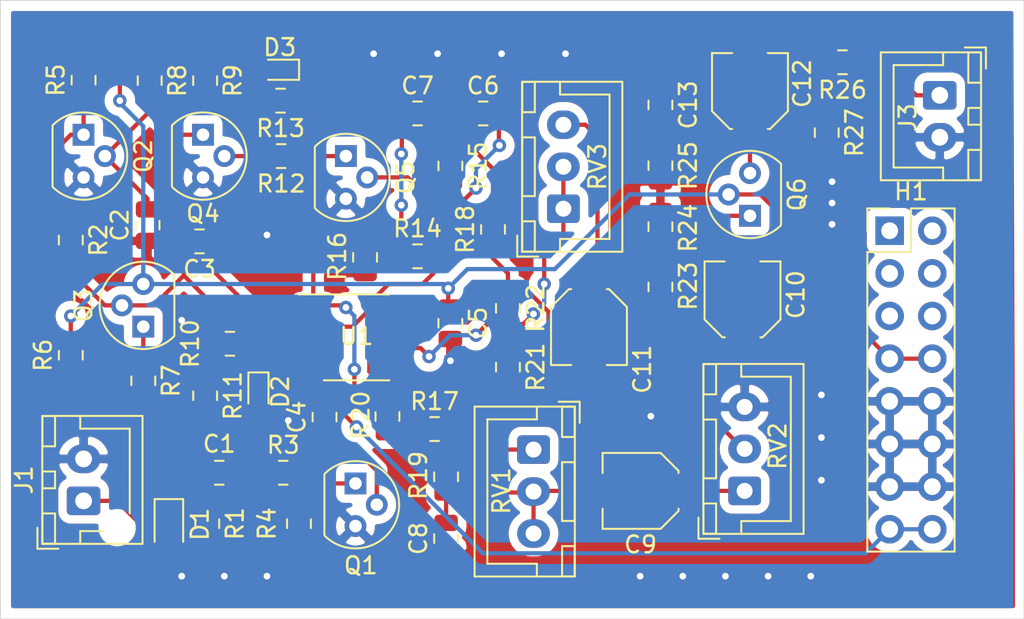
<source format=kicad_pcb>
(kicad_pcb (version 20171130) (host pcbnew 5.1.9-73d0e3b20d~88~ubuntu20.04.1)
  (layers (0 F.Cu signal) (31 B.Cu signal) (34 B.Paste user) (35 F.Paste user) (36 B.SilkS user) (37 F.SilkS user) (38 B.Mask user) (39 F.Mask user) (44 Edge.Cuts user))
  (net 0 "")
  (net 1 "Net-(C1-Pad1)")
  (net 2 "Net-(C1-Pad2)")
  (net 3 "Net-(C2-Pad2)")
  (net 4 GND)
  (net 5 "Net-(C3-Pad2)")
  (net 6 "Net-(C3-Pad1)")
  (net 7 -12V)
  (net 8 +12V)
  (net 9 "Net-(C6-Pad2)")
  (net 10 "Net-(C6-Pad1)")
  (net 11 "Net-(C7-Pad1)")
  (net 12 "Net-(C8-Pad2)")
  (net 13 "Net-(C9-Pad1)")
  (net 14 "Net-(C10-Pad1)")
  (net 15 "Net-(C10-Pad2)")
  (net 16 "Net-(C11-Pad2)")
  (net 17 "Net-(C11-Pad1)")
  (net 18 "Net-(C12-Pad2)")
  (net 19 "Net-(C12-Pad1)")
  (net 20 "Net-(D1-Pad2)")
  (net 21 "Net-(D3-Pad2)")
  (net 22 "Net-(H1-Pad1)")
  (net 23 "Net-(H1-Pad2)")
  (net 24 "Net-(H1-Pad3)")
  (net 25 "Net-(H1-Pad4)")
  (net 26 "Net-(H1-Pad5)")
  (net 27 "Net-(H1-Pad6)")
  (net 28 "Net-(J3-Pad1)")
  (net 29 "Net-(Q1-Pad1)")
  (net 30 "Net-(Q1-Pad2)")
  (net 31 "Net-(Q2-Pad1)")
  (net 32 "Net-(Q3-Pad1)")
  (net 33 "Net-(Q5-Pad1)")
  (net 34 "Net-(Q5-Pad2)")
  (net 35 "Net-(Q6-Pad1)")
  (net 36 "Net-(R17-Pad2)")
  (net 37 "Net-(R20-Pad1)")
  (net 38 "Net-(R21-Pad1)")
  (module Resistor_SMD:R_0805_2012Metric (layer F.Cu) (at 111.506 104.3155 270)
    (fp_text reference R6 (at 0 1.651 90) (layer F.SilkS))
    (fp_text value 4.7k)
    (pad 1 smd roundrect (at -0.9375 0 270) (size 0.975 1.4) (layers F.Cu F.Paste F.Mask) (net 8 +12V))
    (pad 2 smd roundrect (at 0.9375 0 270) (size 0.975 1.4) (layers F.Cu F.Paste F.Mask) (net 32 "Net-(Q3-Pad1)"))
  )
  (module Capacitor_SMD:C_0805_2012Metric (layer F.Cu) (at 120.3475 111.3155 180)
    (fp_text reference C1 (at 0 1.7145) (layer F.SilkS))
    (fp_text value 100n)
    (pad 1 smd roundrect (at -0.9375 0 180) (size 0.975 1.4) (layers F.Cu F.Paste F.Mask) (net 1 "Net-(C1-Pad1)"))
    (pad 2 smd roundrect (at 0.9375 0 180) (size 0.975 1.4) (layers F.Cu F.Paste F.Mask) (net 2 "Net-(C1-Pad2)"))
  )
  (module Capacitor_SMD:C_0805_2012Metric (layer F.Cu) (at 116.078 96.5685 90)
    (fp_text reference C2 (at 0 -1.65 90) (layer F.SilkS))
    (fp_text value 100n)
    (pad 2 smd roundrect (at 0.9375 0 90) (size 0.975 1.4) (layers F.Cu F.Paste F.Mask) (net 3 "Net-(C2-Pad2)"))
    (pad 1 smd roundrect (at -0.9375 0 90) (size 0.975 1.4) (layers F.Cu F.Paste F.Mask) (net 4 GND))
  )
  (module Capacitor_SMD:C_0805_2012Metric (layer F.Cu) (at 119.1745 97.536 180)
    (fp_text reference C3 (at 0 -1.65) (layer F.SilkS))
    (fp_text value 15n)
    (pad 2 smd roundrect (at 0.9375 0 180) (size 0.975 1.4) (layers F.Cu F.Paste F.Mask) (net 5 "Net-(C3-Pad2)"))
    (pad 1 smd roundrect (at -0.9375 0 180) (size 0.975 1.4) (layers F.Cu F.Paste F.Mask) (net 6 "Net-(C3-Pad1)"))
  )
  (module Capacitor_SMD:C_0805_2012Metric (layer F.Cu) (at 126.619 107.9985 90)
    (fp_text reference C4 (at 0 -1.65 90) (layer F.SilkS))
    (fp_text value 100n)
    (pad 2 smd roundrect (at 0.9375 0 90) (size 0.975 1.4) (layers F.Cu F.Paste F.Mask) (net 7 -12V))
    (pad 1 smd roundrect (at -0.9375 0 90) (size 0.975 1.4) (layers F.Cu F.Paste F.Mask) (net 4 GND))
  )
  (module Capacitor_SMD:C_0805_2012Metric (layer F.Cu) (at 134.112 102.4105 270)
    (fp_text reference C5 (at 0 -1.65 90) (layer F.SilkS))
    (fp_text value 100n)
    (pad 1 smd roundrect (at -0.9375 0 270) (size 0.975 1.4) (layers F.Cu F.Paste F.Mask) (net 8 +12V))
    (pad 2 smd roundrect (at 0.9375 0 270) (size 0.975 1.4) (layers F.Cu F.Paste F.Mask) (net 4 GND))
  )
  (module Capacitor_SMD:C_0805_2012Metric (layer F.Cu) (at 136.0655 89.916)
    (fp_text reference C6 (at 0 -1.65) (layer F.SilkS))
    (fp_text value 15n)
    (pad 2 smd roundrect (at 0.9375 0) (size 0.975 1.4) (layers F.Cu F.Paste F.Mask) (net 9 "Net-(C6-Pad2)"))
    (pad 1 smd roundrect (at -0.9375 0) (size 0.975 1.4) (layers F.Cu F.Paste F.Mask) (net 10 "Net-(C6-Pad1)"))
  )
  (module Capacitor_SMD:C_0805_2012Metric (layer F.Cu) (at 132.1585 89.916)
    (fp_text reference C7 (at 0 -1.65) (layer F.SilkS))
    (fp_text value 15n)
    (pad 1 smd roundrect (at -0.9375 0) (size 0.975 1.4) (layers F.Cu F.Paste F.Mask) (net 11 "Net-(C7-Pad1)"))
    (pad 2 smd roundrect (at 0.9375 0) (size 0.975 1.4) (layers F.Cu F.Paste F.Mask) (net 10 "Net-(C6-Pad1)"))
  )
  (module Capacitor_SMD:C_0805_2012Metric (layer F.Cu) (at 133.858 115.2375 90)
    (fp_text reference C8 (at 0 -1.65 90) (layer F.SilkS))
    (fp_text value 100n)
    (pad 1 smd roundrect (at -0.9375 0 90) (size 0.975 1.4) (layers F.Cu F.Paste F.Mask) (net 4 GND))
    (pad 2 smd roundrect (at 0.9375 0 90) (size 0.975 1.4) (layers F.Cu F.Paste F.Mask) (net 12 "Net-(C8-Pad2)"))
  )
  (module Capacitor_SMD:C_Elec_4x5.4 (layer F.Cu) (at 145.439 112.395 180)
    (fp_text reference C9 (at 0 -3.2) (layer F.SilkS))
    (fp_text value 0.47/50)
    (pad 1 smd roundrect (at -1.675 0 180) (size 2.65 1.6) (layers F.Cu F.Paste F.Mask) (roundrect_rratio 0.15625) (net 13 "Net-(C9-Pad1)"))
    (pad 2 smd roundrect (at 1.675 0 180) (size 2.65 1.6) (layers F.Cu F.Paste F.Mask) (roundrect_rratio 0.15625) (net 12 "Net-(C8-Pad2)"))
  )
  (module Capacitor_SMD:C_Elec_4x5.4 (layer F.Cu) (at 151.511 100.989 90)
    (fp_text reference C10 (at 0.278 3.175 90) (layer F.SilkS))
    (fp_text value 0.47/50)
    (pad 1 smd roundrect (at -1.675 0 90) (size 2.65 1.6) (layers F.Cu F.Paste F.Mask) (roundrect_rratio 0.15625) (net 14 "Net-(C10-Pad1)"))
    (pad 2 smd roundrect (at 1.675 0 90) (size 2.65 1.6) (layers F.Cu F.Paste F.Mask) (roundrect_rratio 0.15625) (net 15 "Net-(C10-Pad2)"))
  )
  (module Capacitor_SMD:C_Elec_4x5.4 (layer F.Cu) (at 142.367 102.64 270)
    (fp_text reference C11 (at 2.516 -3.175 90) (layer F.SilkS))
    (fp_text value 33/6.3)
    (pad 2 smd roundrect (at 1.675 0 270) (size 2.65 1.6) (layers F.Cu F.Paste F.Mask) (roundrect_rratio 0.15625) (net 16 "Net-(C11-Pad2)"))
    (pad 1 smd roundrect (at -1.675 0 270) (size 2.65 1.6) (layers F.Cu F.Paste F.Mask) (roundrect_rratio 0.15625) (net 17 "Net-(C11-Pad1)"))
  )
  (module Capacitor_SMD:C_Elec_4x5.4 (layer F.Cu) (at 151.9555 88.5825 90)
    (fp_text reference C12 (at 0.4445 3.1115 90) (layer F.SilkS))
    (fp_text value 0.47/50)
    (pad 2 smd roundrect (at 1.675 0 90) (size 2.65 1.6) (layers F.Cu F.Paste F.Mask) (roundrect_rratio 0.15625) (net 18 "Net-(C12-Pad2)"))
    (pad 1 smd roundrect (at -1.675 0 90) (size 2.65 1.6) (layers F.Cu F.Paste F.Mask) (roundrect_rratio 0.15625) (net 19 "Net-(C12-Pad1)"))
  )
  (module Capacitor_SMD:C_0805_2012Metric (layer F.Cu) (at 146.6215 89.408 270)
    (fp_text reference C13 (at 0 -1.65 90) (layer F.SilkS))
    (fp_text value 220p)
    (pad 1 smd roundrect (at -0.9375 0 270) (size 0.975 1.4) (layers F.Cu F.Paste F.Mask) (net 4 GND))
    (pad 2 smd roundrect (at 0.9375 0 270) (size 0.975 1.4) (layers F.Cu F.Paste F.Mask) (net 19 "Net-(C12-Pad1)"))
  )
  (module Diode_SMD:D_SOD-323F (layer F.Cu) (at 117.348 114.384 270)
    (fp_text reference D1 (at 0 -1.85 90) (layer F.SilkS))
    (fp_text value 1N914A)
    (pad 1 smd rect (at -1.1 0 270) (size 0.5 0.5) (layers F.Cu F.Paste F.Mask) (net 2 "Net-(C1-Pad2)"))
    (pad 2 smd rect (at 1.1 0 270) (size 0.5 0.5) (layers F.Cu F.Paste F.Mask) (net 20 "Net-(D1-Pad2)"))
  )
  (module Diode_SMD:D_SOD-523 (layer F.Cu) (at 122.682 106.491 270)
    (fp_text reference D2 (at 0 -1.3 90) (layer F.SilkS))
    (fp_text value 1N4148)
    (pad 2 smd rect (at 0.7 0 90) (size 0.6 0.7) (layers F.Cu F.Paste F.Mask) (net 4 GND))
    (pad 1 smd rect (at -0.7 0 90) (size 0.6 0.7) (layers F.Cu F.Paste F.Mask) (net 6 "Net-(C3-Pad1)"))
  )
  (module Diode_SMD:D_SOD-523 (layer F.Cu) (at 123.952 87.3125 180)
    (fp_text reference D3 (at 0 1.3335) (layer F.SilkS))
    (fp_text value 1N4148)
    (pad 1 smd rect (at -0.7 0) (size 0.6 0.7) (layers F.Cu F.Paste F.Mask) (net 4 GND))
    (pad 2 smd rect (at 0.7 0) (size 0.6 0.7) (layers F.Cu F.Paste F.Mask) (net 21 "Net-(D3-Pad2)"))
  )
  (module Connector_PinHeader_2.54mm:PinHeader_2x08_P2.54mm_Vertical (layer F.Cu) (at 160.274 96.901)
    (fp_text reference H1 (at 1.27 -2.33) (layer F.SilkS))
    (fp_text value PIN_HEADER_2x8)
    (pad 1 thru_hole rect (at 0 0) (size 1.7 1.7) (drill 1) (layers *.Cu *.Mask) (net 22 "Net-(H1-Pad1)"))
    (pad 2 thru_hole oval (at 2.54 0) (size 1.7 1.7) (drill 1) (layers *.Cu *.Mask) (net 23 "Net-(H1-Pad2)"))
    (pad 3 thru_hole oval (at 0 2.54) (size 1.7 1.7) (drill 1) (layers *.Cu *.Mask) (net 24 "Net-(H1-Pad3)"))
    (pad 4 thru_hole oval (at 2.54 2.54) (size 1.7 1.7) (drill 1) (layers *.Cu *.Mask) (net 25 "Net-(H1-Pad4)"))
    (pad 5 thru_hole oval (at 0 5.08) (size 1.7 1.7) (drill 1) (layers *.Cu *.Mask) (net 26 "Net-(H1-Pad5)"))
    (pad 6 thru_hole oval (at 2.54 5.08) (size 1.7 1.7) (drill 1) (layers *.Cu *.Mask) (net 27 "Net-(H1-Pad6)"))
    (pad 7 thru_hole oval (at 0 7.62) (size 1.7 1.7) (drill 1) (layers *.Cu *.Mask) (net 8 +12V))
    (pad 8 thru_hole oval (at 2.54 7.62) (size 1.7 1.7) (drill 1) (layers *.Cu *.Mask) (net 8 +12V))
    (pad 9 thru_hole oval (at 0 10.16) (size 1.7 1.7) (drill 1) (layers *.Cu *.Mask) (net 4 GND))
    (pad 10 thru_hole oval (at 2.54 10.16) (size 1.7 1.7) (drill 1) (layers *.Cu *.Mask) (net 4 GND))
    (pad 11 thru_hole oval (at 0 12.7) (size 1.7 1.7) (drill 1) (layers *.Cu *.Mask) (net 4 GND))
    (pad 12 thru_hole oval (at 2.54 12.7) (size 1.7 1.7) (drill 1) (layers *.Cu *.Mask) (net 4 GND))
    (pad 13 thru_hole oval (at 0 15.24) (size 1.7 1.7) (drill 1) (layers *.Cu *.Mask) (net 4 GND))
    (pad 14 thru_hole oval (at 2.54 15.24) (size 1.7 1.7) (drill 1) (layers *.Cu *.Mask) (net 4 GND))
    (pad 15 thru_hole oval (at 0 17.78) (size 1.7 1.7) (drill 1) (layers *.Cu *.Mask) (net 7 -12V))
    (pad 16 thru_hole oval (at 2.54 17.78) (size 1.7 1.7) (drill 1) (layers *.Cu *.Mask) (net 7 -12V))
  )
  (module Connector_JST:JST_XH_B2B-XH-AM_1x02_P2.50mm_Vertical (layer F.Cu) (at 112.268 112.99 90)
    (fp_text reference J1 (at 1.25 -3.55 90) (layer F.SilkS))
    (fp_text value "CV IN")
    (pad 1 thru_hole roundrect (at 0 0 90) (size 1.7 2) (drill 1) (layers *.Cu *.Mask) (roundrect_rratio 0.147059) (net 20 "Net-(D1-Pad2)"))
    (pad 2 thru_hole oval (at 2.5 0 90) (size 1.7 2) (drill 1) (layers *.Cu *.Mask) (net 4 GND))
    (pad "" np_thru_hole circle (at -1.6 2 90) (size 1.2 1.2) (drill 1.2) (layers *.Cu *.Mask))
  )
  (module Connector_JST:JST_XH_B2B-XH-A_1x02_P2.50mm_Vertical (layer F.Cu) (at 163.2585 88.8365 270)
    (fp_text reference J3 (at 1.3335 1.905 90) (layer F.SilkS))
    (fp_text value "TRIGGER OUT")
    (pad 1 thru_hole roundrect (at 0 0 270) (size 1.7 2) (drill 1) (layers *.Cu *.Mask) (roundrect_rratio 0.147059) (net 28 "Net-(J3-Pad1)"))
    (pad 2 thru_hole oval (at 2.5 0 270) (size 1.7 2) (drill 1) (layers *.Cu *.Mask) (net 4 GND))
  )
  (module Package_TO_SOT_THT:TO-92 (layer F.Cu) (at 128.4605 111.9505 270)
    (fp_text reference Q1 (at 4.8895 -0.3175 180) (layer F.SilkS))
    (fp_text value BC546)
    (pad 1 thru_hole rect (at 0 0) (size 1.3 1.3) (drill 0.75) (layers *.Cu *.Mask) (net 29 "Net-(Q1-Pad1)"))
    (pad 3 thru_hole circle (at 2.54 0) (size 1.3 1.3) (drill 0.75) (layers *.Cu *.Mask) (net 4 GND))
    (pad 2 thru_hole circle (at 1.27 -1.27) (size 1.3 1.3) (drill 0.75) (layers *.Cu *.Mask) (net 30 "Net-(Q1-Pad2)"))
  )
  (module Package_TO_SOT_THT:TO-92 (layer F.Cu) (at 112.268 91.186 270)
    (fp_text reference Q2 (at 1.27 -3.56 90) (layer F.SilkS))
    (fp_text value BC546)
    (pad 1 thru_hole rect (at 0 0) (size 1.3 1.3) (drill 0.75) (layers *.Cu *.Mask) (net 31 "Net-(Q2-Pad1)"))
    (pad 3 thru_hole circle (at 2.54 0) (size 1.3 1.3) (drill 0.75) (layers *.Cu *.Mask) (net 4 GND))
    (pad 2 thru_hole circle (at 1.27 -1.27) (size 1.3 1.3) (drill 0.75) (layers *.Cu *.Mask) (net 3 "Net-(C2-Pad2)"))
  )
  (module Package_TO_SOT_THT:TO-92 (layer F.Cu) (at 115.824 102.616 90)
    (fp_text reference Q3 (at 1.27 -3.56 90) (layer F.SilkS))
    (fp_text value BC556)
    (pad 2 thru_hole circle (at 1.27 -1.27 180) (size 1.3 1.3) (drill 0.75) (layers *.Cu *.Mask) (net 5 "Net-(C3-Pad2)"))
    (pad 3 thru_hole circle (at 2.54 0 180) (size 1.3 1.3) (drill 0.75) (layers *.Cu *.Mask) (net 8 +12V))
    (pad 1 thru_hole rect (at 0 0 180) (size 1.3 1.3) (drill 0.75) (layers *.Cu *.Mask) (net 32 "Net-(Q3-Pad1)"))
  )
  (module Package_TO_SOT_THT:TO-92 (layer F.Cu) (at 119.38 91.186 270)
    (fp_text reference Q4 (at 4.699 0 180) (layer F.SilkS))
    (fp_text value BC546)
    (pad 2 thru_hole circle (at 1.27 -1.27) (size 1.3 1.3) (drill 0.75) (layers *.Cu *.Mask) (net 21 "Net-(D3-Pad2)"))
    (pad 3 thru_hole circle (at 2.54 0) (size 1.3 1.3) (drill 0.75) (layers *.Cu *.Mask) (net 4 GND))
    (pad 1 thru_hole rect (at 0 0) (size 1.3 1.3) (drill 0.75) (layers *.Cu *.Mask) (net 3 "Net-(C2-Pad2)"))
  )
  (module Package_TO_SOT_THT:TO-92 (layer F.Cu) (at 127.889 92.456 270)
    (fp_text reference Q5 (at 1.27 -3.56 90) (layer F.SilkS))
    (fp_text value BC546)
    (pad 1 thru_hole rect (at 0 0) (size 1.3 1.3) (drill 0.75) (layers *.Cu *.Mask) (net 33 "Net-(Q5-Pad1)"))
    (pad 3 thru_hole circle (at 2.54 0) (size 1.3 1.3) (drill 0.75) (layers *.Cu *.Mask) (net 4 GND))
    (pad 2 thru_hole circle (at 1.27 -1.27) (size 1.3 1.3) (drill 0.75) (layers *.Cu *.Mask) (net 34 "Net-(Q5-Pad2)"))
  )
  (module Package_TO_SOT_THT:TO-92 (layer F.Cu) (at 151.9555 96.012 90)
    (fp_text reference Q6 (at 1.27 2.794 90) (layer F.SilkS))
    (fp_text value BC546)
    (pad 2 thru_hole circle (at 1.27 -1.27 180) (size 1.3 1.3) (drill 0.75) (layers *.Cu *.Mask) (net 8 +12V))
    (pad 3 thru_hole circle (at 2.54 0 180) (size 1.3 1.3) (drill 0.75) (layers *.Cu *.Mask) (net 19 "Net-(C12-Pad1)"))
    (pad 1 thru_hole rect (at 0 0 180) (size 1.3 1.3) (drill 0.75) (layers *.Cu *.Mask) (net 35 "Net-(Q6-Pad1)"))
  )
  (module Resistor_SMD:R_0805_2012Metric (layer F.Cu) (at 119.634 114.3485 270)
    (fp_text reference R1 (at 0 -1.65 90) (layer F.SilkS))
    (fp_text value 100k)
    (pad 2 smd roundrect (at 0.9375 0 270) (size 0.975 1.4) (layers F.Cu F.Paste F.Mask) (net 4 GND))
    (pad 1 smd roundrect (at -0.9375 0 270) (size 0.975 1.4) (layers F.Cu F.Paste F.Mask) (net 2 "Net-(C1-Pad2)"))
  )
  (module Resistor_SMD:R_0805_2012Metric (layer F.Cu) (at 111.506 97.4575 270)
    (fp_text reference R2 (at 0 -1.65 90) (layer F.SilkS))
    (fp_text value 8.2k)
    (pad 1 smd roundrect (at -0.9375 0 270) (size 0.975 1.4) (layers F.Cu F.Paste F.Mask) (net 31 "Net-(Q2-Pad1)"))
    (pad 2 smd roundrect (at 0.9375 0 270) (size 0.975 1.4) (layers F.Cu F.Paste F.Mask) (net 5 "Net-(C3-Pad2)"))
  )
  (module Resistor_SMD:R_0805_2012Metric (layer F.Cu) (at 124.1575 111.3155)
    (fp_text reference R3 (at 0 -1.65) (layer F.SilkS))
    (fp_text value 22k)
    (pad 2 smd roundrect (at 0.9375 0) (size 0.975 1.4) (layers F.Cu F.Paste F.Mask) (net 29 "Net-(Q1-Pad1)"))
    (pad 1 smd roundrect (at -0.9375 0) (size 0.975 1.4) (layers F.Cu F.Paste F.Mask) (net 1 "Net-(C1-Pad1)"))
  )
  (module Resistor_SMD:R_0805_2012Metric (layer F.Cu) (at 125.095 114.3485 270)
    (fp_text reference R4 (at 0 1.905 90) (layer F.SilkS))
    (fp_text value 10k)
    (pad 1 smd roundrect (at -0.9375 0 270) (size 0.975 1.4) (layers F.Cu F.Paste F.Mask) (net 29 "Net-(Q1-Pad1)"))
    (pad 2 smd roundrect (at 0.9375 0 270) (size 0.975 1.4) (layers F.Cu F.Paste F.Mask) (net 4 GND))
  )
  (module Resistor_SMD:R_0805_2012Metric (layer F.Cu) (at 112.268 87.9325 90)
    (fp_text reference R5 (at 0 -1.65 90) (layer F.SilkS))
    (fp_text value 2.7k)
    (pad 2 smd roundrect (at 0.9375 0 90) (size 0.975 1.4) (layers F.Cu F.Paste F.Mask) (net 4 GND))
    (pad 1 smd roundrect (at -0.9375 0 90) (size 0.975 1.4) (layers F.Cu F.Paste F.Mask) (net 31 "Net-(Q2-Pad1)"))
  )
  (module Resistor_SMD:R_0805_2012Metric (layer F.Cu) (at 115.824 105.8395 270)
    (fp_text reference R7 (at 0 -1.65 90) (layer F.SilkS))
    (fp_text value 10k)
    (pad 1 smd roundrect (at -0.9375 0 270) (size 0.975 1.4) (layers F.Cu F.Paste F.Mask) (net 32 "Net-(Q3-Pad1)"))
    (pad 2 smd roundrect (at 0.9375 0 270) (size 0.975 1.4) (layers F.Cu F.Paste F.Mask) (net 30 "Net-(Q1-Pad2)"))
  )
  (module Resistor_SMD:R_0805_2012Metric (layer F.Cu) (at 116.205 87.9625 270)
    (fp_text reference R8 (at 0 -1.65 90) (layer F.SilkS))
    (fp_text value 1M)
    (pad 2 smd roundrect (at 0.9375 0 270) (size 0.975 1.4) (layers F.Cu F.Paste F.Mask) (net 3 "Net-(C2-Pad2)"))
    (pad 1 smd roundrect (at -0.9375 0 270) (size 0.975 1.4) (layers F.Cu F.Paste F.Mask) (net 8 +12V))
  )
  (module Resistor_SMD:R_0805_2012Metric (layer F.Cu) (at 119.507 87.9625 270)
    (fp_text reference R9 (at 0 -1.65 90) (layer F.SilkS))
    (fp_text value 22k)
    (pad 2 smd roundrect (at 0.9375 0 270) (size 0.975 1.4) (layers F.Cu F.Paste F.Mask) (net 21 "Net-(D3-Pad2)"))
    (pad 1 smd roundrect (at -0.9375 0 270) (size 0.975 1.4) (layers F.Cu F.Paste F.Mask) (net 8 +12V))
  )
  (module Resistor_SMD:R_0805_2012Metric (layer F.Cu) (at 120.9825 103.632 180)
    (fp_text reference R10 (at 2.3645 0 90) (layer F.SilkS))
    (fp_text value 100k)
    (pad 1 smd roundrect (at -0.9375 0 180) (size 0.975 1.4) (layers F.Cu F.Paste F.Mask) (net 6 "Net-(C3-Pad1)"))
    (pad 2 smd roundrect (at 0.9375 0 180) (size 0.975 1.4) (layers F.Cu F.Paste F.Mask) (net 5 "Net-(C3-Pad2)"))
  )
  (module Resistor_SMD:R_0805_2012Metric (layer F.Cu) (at 119.507 106.7285 270)
    (fp_text reference R11 (at 0 -1.65 90) (layer F.SilkS))
    (fp_text value 4.7k)
    (pad 2 smd roundrect (at 0.9375 0 270) (size 0.975 1.4) (layers F.Cu F.Paste F.Mask) (net 4 GND))
    (pad 1 smd roundrect (at -0.9375 0 270) (size 0.975 1.4) (layers F.Cu F.Paste F.Mask) (net 6 "Net-(C3-Pad1)"))
  )
  (module Resistor_SMD:R_0805_2012Metric (layer F.Cu) (at 124.0305 92.456 180)
    (fp_text reference R12 (at 0 -1.65) (layer F.SilkS))
    (fp_text value 100k)
    (pad 1 smd roundrect (at -0.9375 0 180) (size 0.975 1.4) (layers F.Cu F.Paste F.Mask) (net 33 "Net-(Q5-Pad1)"))
    (pad 2 smd roundrect (at 0.9375 0 180) (size 0.975 1.4) (layers F.Cu F.Paste F.Mask) (net 21 "Net-(D3-Pad2)"))
  )
  (module Resistor_SMD:R_0805_2012Metric (layer F.Cu) (at 124.0005 89.154 180)
    (fp_text reference R13 (at 0 -1.65) (layer F.SilkS))
    (fp_text value 1M)
    (pad 2 smd roundrect (at 0.9375 0 180) (size 0.975 1.4) (layers F.Cu F.Paste F.Mask) (net 21 "Net-(D3-Pad2)"))
    (pad 1 smd roundrect (at -0.9375 0 180) (size 0.975 1.4) (layers F.Cu F.Paste F.Mask) (net 10 "Net-(C6-Pad1)"))
  )
  (module Resistor_SMD:R_0805_2012Metric (layer F.Cu) (at 132.1585 98.425)
    (fp_text reference R14 (at 0 -1.65) (layer F.SilkS))
    (fp_text value 1M)
    (pad 1 smd roundrect (at -0.9375 0) (size 0.975 1.4) (layers F.Cu F.Paste F.Mask) (net 11 "Net-(C7-Pad1)"))
    (pad 2 smd roundrect (at 0.9375 0) (size 0.975 1.4) (layers F.Cu F.Paste F.Mask) (net 9 "Net-(C6-Pad2)"))
  )
  (module Resistor_SMD:R_0805_2012Metric (layer F.Cu) (at 134.112 93.0425 270)
    (fp_text reference R15 (at 0 -1.65 90) (layer F.SilkS))
    (fp_text value 6.8k)
    (pad 2 smd roundrect (at 0.9375 0 270) (size 0.975 1.4) (layers F.Cu F.Paste F.Mask) (net 34 "Net-(Q5-Pad2)"))
    (pad 1 smd roundrect (at -0.9375 0 270) (size 0.975 1.4) (layers F.Cu F.Paste F.Mask) (net 10 "Net-(C6-Pad1)"))
  )
  (module Resistor_SMD:R_0805_2012Metric (layer F.Cu) (at 129.032 98.4885 270)
    (fp_text reference R16 (at -0.0635 1.651 90) (layer F.SilkS))
    (fp_text value 47k)
    (pad 2 smd roundrect (at 0.9375 0 270) (size 0.975 1.4) (layers F.Cu F.Paste F.Mask) (net 4 GND))
    (pad 1 smd roundrect (at -0.9375 0 270) (size 0.975 1.4) (layers F.Cu F.Paste F.Mask) (net 34 "Net-(Q5-Pad2)"))
  )
  (module Resistor_SMD:R_0805_2012Metric (layer F.Cu) (at 133.1745 108.712)
    (fp_text reference R17 (at 0 -1.65) (layer F.SilkS))
    (fp_text value 220)
    (pad 1 smd roundrect (at -0.9375 0) (size 0.975 1.4) (layers F.Cu F.Paste F.Mask) (net 11 "Net-(C7-Pad1)"))
    (pad 2 smd roundrect (at 0.9375 0) (size 0.975 1.4) (layers F.Cu F.Paste F.Mask) (net 36 "Net-(R17-Pad2)"))
  )
  (module Resistor_SMD:R_0805_2012Metric (layer F.Cu) (at 136.652 96.8225 90)
    (fp_text reference R18 (at 0 -1.65 90) (layer F.SilkS))
    (fp_text value 470k)
    (pad 1 smd roundrect (at -0.9375 0 90) (size 0.975 1.4) (layers F.Cu F.Paste F.Mask) (net 16 "Net-(C11-Pad2)"))
    (pad 2 smd roundrect (at 0.9375 0 90) (size 0.975 1.4) (layers F.Cu F.Paste F.Mask) (net 10 "Net-(C6-Pad1)"))
  )
  (module Resistor_SMD:R_0805_2012Metric (layer F.Cu) (at 133.858 111.5545 270)
    (fp_text reference R19 (at -0.0785 1.651 90) (layer F.SilkS))
    (fp_text value 10k)
    (pad 2 smd roundrect (at 0.9375 0 270) (size 0.975 1.4) (layers F.Cu F.Paste F.Mask) (net 12 "Net-(C8-Pad2)"))
    (pad 1 smd roundrect (at -0.9375 0 270) (size 0.975 1.4) (layers F.Cu F.Paste F.Mask) (net 36 "Net-(R17-Pad2)"))
  )
  (module Resistor_SMD:R_0805_2012Metric (layer F.Cu) (at 130.3655 107.965 270)
    (fp_text reference R20 (at -0.0785 1.5875 90) (layer F.SilkS))
    (fp_text value 47k)
    (pad 2 smd roundrect (at 0.9375 0 270) (size 0.975 1.4) (layers F.Cu F.Paste F.Mask) (net 11 "Net-(C7-Pad1)"))
    (pad 1 smd roundrect (at -0.9375 0 270) (size 0.975 1.4) (layers F.Cu F.Paste F.Mask) (net 37 "Net-(R20-Pad1)"))
  )
  (module Resistor_SMD:R_0805_2012Metric (layer F.Cu) (at 137.541 105.029 270)
    (fp_text reference R21 (at 0 -1.65 90) (layer F.SilkS))
    (fp_text value 22k)
    (pad 2 smd roundrect (at 0.9375 0 270) (size 0.975 1.4) (layers F.Cu F.Paste F.Mask) (net 4 GND))
    (pad 1 smd roundrect (at -0.9375 0 270) (size 0.975 1.4) (layers F.Cu F.Paste F.Mask) (net 38 "Net-(R21-Pad1)"))
  )
  (module Resistor_SMD:R_0805_2012Metric (layer F.Cu) (at 137.541 101.5215 270)
    (fp_text reference R22 (at 0 -1.65 90) (layer F.SilkS))
    (fp_text value 47k)
    (pad 1 smd roundrect (at -0.9375 0 270) (size 0.975 1.4) (layers F.Cu F.Paste F.Mask) (net 16 "Net-(C11-Pad2)"))
    (pad 2 smd roundrect (at 0.9375 0 270) (size 0.975 1.4) (layers F.Cu F.Paste F.Mask) (net 37 "Net-(R20-Pad1)"))
  )
  (module Resistor_SMD:R_0805_2012Metric (layer F.Cu) (at 146.6215 100.2515 270)
    (fp_text reference R23 (at -0.0485 -1.651 90) (layer F.SilkS))
    (fp_text value 82k)
    (pad 1 smd roundrect (at -0.9375 0 270) (size 0.975 1.4) (layers F.Cu F.Paste F.Mask) (net 35 "Net-(Q6-Pad1)"))
    (pad 2 smd roundrect (at 0.9375 0 270) (size 0.975 1.4) (layers F.Cu F.Paste F.Mask) (net 15 "Net-(C10-Pad2)"))
  )
  (module Resistor_SMD:R_0805_2012Metric (layer F.Cu) (at 146.6215 96.662 90)
    (fp_text reference R24 (at -0.0785 1.651 90) (layer F.SilkS))
    (fp_text value 100k)
    (pad 1 smd roundrect (at -0.9375 0 90) (size 0.975 1.4) (layers F.Cu F.Paste F.Mask) (net 35 "Net-(Q6-Pad1)"))
    (pad 2 smd roundrect (at 0.9375 0 90) (size 0.975 1.4) (layers F.Cu F.Paste F.Mask) (net 4 GND))
  )
  (module Resistor_SMD:R_0805_2012Metric (layer F.Cu) (at 146.6215 93.0275 270)
    (fp_text reference R25 (at 0 -1.65 90) (layer F.SilkS))
    (fp_text value 6.8k)
    (pad 1 smd roundrect (at -0.9375 0 270) (size 0.975 1.4) (layers F.Cu F.Paste F.Mask) (net 19 "Net-(C12-Pad1)"))
    (pad 2 smd roundrect (at 0.9375 0 270) (size 0.975 1.4) (layers F.Cu F.Paste F.Mask) (net 4 GND))
  )
  (module Resistor_SMD:R_0805_2012Metric (layer F.Cu) (at 157.465 86.868 180)
    (fp_text reference R26 (at 0 -1.65) (layer F.SilkS))
    (fp_text value 1k)
    (pad 2 smd roundrect (at 0.9375 0 180) (size 0.975 1.4) (layers F.Cu F.Paste F.Mask) (net 18 "Net-(C12-Pad2)"))
    (pad 1 smd roundrect (at -0.9375 0 180) (size 0.975 1.4) (layers F.Cu F.Paste F.Mask) (net 28 "Net-(J3-Pad1)"))
  )
  (module Resistor_SMD:R_0805_2012Metric (layer F.Cu) (at 156.5275 91.059 270)
    (fp_text reference R27 (at 0 -1.65 90) (layer F.SilkS))
    (fp_text value 100k)
    (pad 1 smd roundrect (at -0.9375 0 270) (size 0.975 1.4) (layers F.Cu F.Paste F.Mask) (net 18 "Net-(C12-Pad2)"))
    (pad 2 smd roundrect (at 0.9375 0 270) (size 0.975 1.4) (layers F.Cu F.Paste F.Mask) (net 4 GND))
  )
  (module Connector_JST:JST_XH_B3B-XH-A_1x03_P2.50mm_Vertical (layer F.Cu) (at 139.065 109.935 270)
    (fp_text reference RV1 (at 2.46 1.905 90) (layer F.SilkS))
    (fp_text value 10k)
    (pad 1 thru_hole roundrect (at 0 0 270) (size 1.7 1.95) (drill 0.95) (layers *.Cu *.Mask) (roundrect_rratio 0.147059) (net 36 "Net-(R17-Pad2)"))
    (pad 2 thru_hole oval (at 2.5 0 270) (size 1.7 1.95) (drill 0.95) (layers *.Cu *.Mask) (net 12 "Net-(C8-Pad2)"))
    (pad 3 thru_hole oval (at 5 0 270) (size 1.7 1.95) (drill 0.95) (layers *.Cu *.Mask) (net 12 "Net-(C8-Pad2)"))
  )
  (module Connector_JST:JST_XH_B3B-XH-A_1x03_P2.50mm_Vertical (layer F.Cu) (at 151.638 112.395 90)
    (fp_text reference RV2 (at 2.667 1.9685 90) (layer F.SilkS))
    (fp_text value 10k)
    (pad 3 thru_hole oval (at 5 0 90) (size 1.7 1.95) (drill 0.95) (layers *.Cu *.Mask) (net 4 GND))
    (pad 2 thru_hole oval (at 2.5 0 90) (size 1.7 1.95) (drill 0.95) (layers *.Cu *.Mask) (net 14 "Net-(C10-Pad1)"))
    (pad 1 thru_hole roundrect (at 0 0 90) (size 1.7 1.95) (drill 0.95) (layers *.Cu *.Mask) (roundrect_rratio 0.147059) (net 13 "Net-(C9-Pad1)"))
  )
  (module Connector_JST:JST_XH_B3B-XH-A_1x03_P2.50mm_Vertical (layer F.Cu) (at 140.843 95.591 90)
    (fp_text reference RV3 (at 2.5 2.032 90) (layer F.SilkS))
    (fp_text value 500kB)
    (pad 1 thru_hole roundrect (at 0 0 90) (size 1.7 1.95) (drill 0.95) (layers *.Cu *.Mask) (roundrect_rratio 0.147059) (net 37 "Net-(R20-Pad1)"))
    (pad 2 thru_hole oval (at 2.5 0 90) (size 1.7 1.95) (drill 0.95) (layers *.Cu *.Mask) (net 37 "Net-(R20-Pad1)"))
    (pad 3 thru_hole oval (at 5 0 90) (size 1.7 1.95) (drill 0.95) (layers *.Cu *.Mask) (net 17 "Net-(C11-Pad1)"))
  )
  (module Package_SO:SO-8_3.9x4.9mm_P1.27mm (layer F.Cu) (at 128.524 103.251)
    (fp_text reference U1 (at 0 -0.0635) (layer F.SilkS))
    (fp_text value TL072P)
    (pad 1 smd roundrect (at -2.575 -1.905) (size 1.75 0.6) (layers F.Cu F.Paste F.Mask) (net 11 "Net-(C7-Pad1)"))
    (pad 2 smd roundrect (at -2.575 -0.635) (size 1.75 0.6) (layers F.Cu F.Paste F.Mask) (net 9 "Net-(C6-Pad2)"))
    (pad 3 smd roundrect (at -2.575 0.635) (size 1.75 0.6) (layers F.Cu F.Paste F.Mask) (net 6 "Net-(C3-Pad1)"))
    (pad 4 smd roundrect (at -2.575 1.905) (size 1.75 0.6) (layers F.Cu F.Paste F.Mask) (net 7 -12V))
    (pad 5 smd roundrect (at 2.575 1.905) (size 1.75 0.6) (layers F.Cu F.Paste F.Mask) (net 38 "Net-(R21-Pad1)"))
    (pad 6 smd roundrect (at 2.575 0.635) (size 1.75 0.6) (layers F.Cu F.Paste F.Mask) (net 37 "Net-(R20-Pad1)"))
    (pad 7 smd roundrect (at 2.575 -0.635) (size 1.75 0.6) (layers F.Cu F.Paste F.Mask) (net 16 "Net-(C11-Pad2)"))
    (pad 8 smd roundrect (at 2.575 -1.905) (size 1.75 0.6) (layers F.Cu F.Paste F.Mask) (net 8 +12V))
  )
  (gr_line (start 168.275 120.015) (end 107.315 120.015) (layer Edge.Cuts) (width 0.05))
  (gr_line (start 168.275 83.185) (end 168.275 120.015) (layer Edge.Cuts) (width 0.05))
  (gr_line (start 107.315 83.185) (end 168.275 83.185) (layer Edge.Cuts) (width 0.05))
  (gr_line (start 107.315 120.015) (end 107.315 83.185) (layer Edge.Cuts) (width 0.05))
  (segment (start 121.285 111.3155) (end 123.22 111.3155) (width 0.254) (layer F.Cu) (net 1))
  (segment (start 119.507 113.284) (end 119.634 113.411) (width 0.254) (layer F.Cu) (net 2))
  (segment (start 117.348 113.284) (end 119.507 113.284) (width 0.254) (layer F.Cu) (net 2))
  (segment (start 119.41 113.187) (end 119.634 113.411) (width 0.254) (layer F.Cu) (net 2))
  (segment (start 119.41 111.3155) (end 119.41 113.187) (width 0.254) (layer F.Cu) (net 2))
  (segment (start 116.205 89.789) (end 113.538 92.456) (width 0.254) (layer F.Cu) (net 3))
  (segment (start 116.205 88.9) (end 116.205 89.789) (width 0.254) (layer F.Cu) (net 3))
  (segment (start 117.602 91.186) (end 119.38 91.186) (width 0.254) (layer F.Cu) (net 3))
  (segment (start 116.205 89.789) (end 117.602 91.186) (width 0.254) (layer F.Cu) (net 3))
  (segment (start 116.078 94.996) (end 113.538 92.456) (width 0.254) (layer F.Cu) (net 3))
  (segment (start 116.078 95.631) (end 116.078 94.996) (width 0.254) (layer F.Cu) (net 3))
  (via (at 123.19 97.155) (size 0.8) (drill 0.4) (layers F.Cu B.Cu) (net 4))
  (via (at 118.11 102.235) (size 0.8) (drill 0.4) (layers F.Cu B.Cu) (net 4))
  (via (at 146.05 107.95) (size 0.8) (drill 0.4) (layers F.Cu B.Cu) (net 4))
  (via (at 156.21 106.68) (size 0.8) (drill 0.4) (layers F.Cu B.Cu) (net 4))
  (via (at 129.54 86.36) (size 0.8) (drill 0.4) (layers F.Cu B.Cu) (net 4))
  (via (at 133.35 86.36) (size 0.8) (drill 0.4) (layers F.Cu B.Cu) (net 4))
  (via (at 137.16 86.36) (size 0.8) (drill 0.4) (layers F.Cu B.Cu) (net 4))
  (via (at 140.97 86.36) (size 0.8) (drill 0.4) (layers F.Cu B.Cu) (net 4))
  (via (at 156.21 109.22) (size 0.8) (drill 0.4) (layers F.Cu B.Cu) (net 4))
  (via (at 156.21 111.76) (size 0.8) (drill 0.4) (layers F.Cu B.Cu) (net 4))
  (via (at 156.845 93.98) (size 0.8) (drill 0.4) (layers F.Cu B.Cu) (net 4))
  (via (at 156.845 95.25) (size 0.8) (drill 0.4) (layers F.Cu B.Cu) (net 4))
  (via (at 156.845 96.52) (size 0.8) (drill 0.4) (layers F.Cu B.Cu) (net 4))
  (via (at 145.415 117.475) (size 0.8) (drill 0.4) (layers F.Cu B.Cu) (net 4))
  (via (at 147.955 117.475) (size 0.8) (drill 0.4) (layers F.Cu B.Cu) (net 4))
  (via (at 150.495 117.475) (size 0.8) (drill 0.4) (layers F.Cu B.Cu) (net 4))
  (via (at 153.035 117.475) (size 0.8) (drill 0.4) (layers F.Cu B.Cu) (net 4))
  (via (at 155.575 117.475) (size 0.8) (drill 0.4) (layers F.Cu B.Cu) (net 4))
  (via (at 118.11 117.475) (size 0.8) (drill 0.4) (layers F.Cu B.Cu) (net 4))
  (via (at 120.65 117.475) (size 0.8) (drill 0.4) (layers F.Cu B.Cu) (net 4))
  (via (at 123.19 117.475) (size 0.8) (drill 0.4) (layers F.Cu B.Cu) (net 4))
  (segment (start 134.112 103.348) (end 134.112 104.648) (width 0.254) (layer F.Cu) (net 4))
  (via (at 134.112 104.648) (size 0.8) (drill 0.4) (layers F.Cu B.Cu) (net 4))
  (via (at 124.46 108.204) (size 0.8) (drill 0.4) (layers F.Cu B.Cu) (net 4))
  (segment (start 111.506 98.395) (end 111.506 99.314) (width 0.254) (layer F.Cu) (net 5))
  (segment (start 113.538 101.346) (end 114.554 101.346) (width 0.254) (layer F.Cu) (net 5))
  (segment (start 111.506 99.314) (end 113.538 101.346) (width 0.254) (layer F.Cu) (net 5))
  (segment (start 118.237 97.536) (end 118.237 99.568) (width 0.254) (layer F.Cu) (net 5))
  (segment (start 120.045 101.376) (end 120.045 103.632) (width 0.254) (layer F.Cu) (net 5))
  (segment (start 118.237 99.568) (end 120.045 101.376) (width 0.254) (layer F.Cu) (net 5))
  (segment (start 116.459 101.346) (end 118.237 99.568) (width 0.254) (layer F.Cu) (net 5))
  (segment (start 114.554 101.346) (end 116.459 101.346) (width 0.254) (layer F.Cu) (net 5))
  (segment (start 122.682 105.156) (end 122.682 105.791) (width 0.254) (layer F.Cu) (net 6))
  (segment (start 121.92 104.394) (end 122.682 105.156) (width 0.254) (layer F.Cu) (net 6))
  (segment (start 120.523 105.791) (end 121.92 104.394) (width 0.254) (layer F.Cu) (net 6))
  (segment (start 119.507 105.791) (end 120.523 105.791) (width 0.254) (layer F.Cu) (net 6))
  (segment (start 121.92 103.632) (end 121.92 104.394) (width 0.254) (layer F.Cu) (net 6))
  (segment (start 123.571 105.791) (end 122.682 105.791) (width 0.254) (layer F.Cu) (net 6))
  (segment (start 124.206 105.156) (end 123.571 105.791) (width 0.254) (layer F.Cu) (net 6))
  (segment (start 124.206 104.902) (end 124.206 105.156) (width 0.254) (layer F.Cu) (net 6))
  (segment (start 125.222 103.886) (end 124.206 104.902) (width 0.254) (layer F.Cu) (net 6))
  (segment (start 125.949 103.886) (end 125.222 103.886) (width 0.254) (layer F.Cu) (net 6))
  (segment (start 120.112 97.536) (end 120.112 99.411) (width 0.254) (layer F.Cu) (net 6))
  (segment (start 120.112 99.411) (end 121.92 101.219) (width 0.254) (layer F.Cu) (net 6))
  (segment (start 121.92 101.219) (end 121.92 103.632) (width 0.254) (layer F.Cu) (net 6))
  (segment (start 125.949 105.156) (end 125.949 105.629) (width 0.254) (layer F.Cu) (net 7))
  (segment (start 126.619 106.299) (end 126.619 107.061) (width 0.254) (layer F.Cu) (net 7))
  (segment (start 125.949 105.629) (end 126.619 106.299) (width 0.254) (layer F.Cu) (net 7))
  (segment (start 160.274 114.681) (end 162.814 114.681) (width 0.254) (layer B.Cu) (net 7))
  (via (at 128.524 108.585) (size 0.8) (drill 0.4) (layers F.Cu B.Cu) (net 7))
  (segment (start 127 107.061) (end 128.524 108.585) (width 0.254) (layer F.Cu) (net 7))
  (segment (start 126.619 107.061) (end 127 107.061) (width 0.254) (layer F.Cu) (net 7))
  (segment (start 158.84299 116.11201) (end 160.274 114.681) (width 0.254) (layer B.Cu) (net 7))
  (segment (start 136.05101 116.11201) (end 158.84299 116.11201) (width 0.254) (layer B.Cu) (net 7))
  (segment (start 128.524 108.585) (end 136.05101 116.11201) (width 0.254) (layer B.Cu) (net 7))
  (segment (start 116.205 87.025) (end 119.507 87.025) (width 0.254) (layer F.Cu) (net 8))
  (segment (start 131.099 101.346) (end 133.985 101.346) (width 0.254) (layer F.Cu) (net 8))
  (segment (start 162.814 104.521) (end 160.274 104.521) (width 0.254) (layer F.Cu) (net 8))
  (segment (start 152.574102 94.742) (end 155.702 97.869898) (width 0.254) (layer F.Cu) (net 8))
  (segment (start 150.6855 94.742) (end 152.574102 94.742) (width 0.254) (layer F.Cu) (net 8))
  (segment (start 155.702 97.869898) (end 155.702 99.949) (width 0.254) (layer F.Cu) (net 8))
  (segment (start 155.702 99.949) (end 160.274 104.521) (width 0.254) (layer F.Cu) (net 8))
  (via (at 111.506 101.981) (size 0.8) (drill 0.4) (layers F.Cu B.Cu) (net 8))
  (segment (start 111.506 103.378) (end 111.506 101.981) (width 0.254) (layer F.Cu) (net 8))
  (segment (start 113.411 100.076) (end 115.824 100.076) (width 0.254) (layer B.Cu) (net 8))
  (segment (start 111.506 101.981) (end 113.411 100.076) (width 0.254) (layer B.Cu) (net 8))
  (segment (start 115.824 100.076) (end 115.824 90.678) (width 0.254) (layer B.Cu) (net 8))
  (via (at 114.427 89.154) (size 0.8) (drill 0.4) (layers F.Cu B.Cu) (net 8))
  (segment (start 114.427 89.281) (end 114.427 89.154) (width 0.254) (layer B.Cu) (net 8))
  (segment (start 115.824 90.678) (end 114.427 89.281) (width 0.254) (layer B.Cu) (net 8))
  (segment (start 114.427 89.154) (end 114.427 87.757) (width 0.254) (layer F.Cu) (net 8))
  (segment (start 115.159 87.025) (end 116.205 87.025) (width 0.254) (layer F.Cu) (net 8))
  (segment (start 114.427 87.757) (end 115.159 87.025) (width 0.254) (layer F.Cu) (net 8))
  (via (at 133.985 100.33) (size 0.8) (drill 0.4) (layers F.Cu B.Cu) (net 8))
  (segment (start 133.731 100.076) (end 133.985 100.33) (width 0.254) (layer B.Cu) (net 8))
  (segment (start 115.824 100.076) (end 133.731 100.076) (width 0.254) (layer B.Cu) (net 8))
  (segment (start 133.985 101.346) (end 134.112 101.473) (width 0.254) (layer F.Cu) (net 8))
  (segment (start 133.985 100.33) (end 133.985 101.346) (width 0.254) (layer F.Cu) (net 8))
  (segment (start 150.6855 94.742) (end 144.78 94.742) (width 0.254) (layer B.Cu) (net 8))
  (segment (start 144.78 94.742) (end 140.335 99.187) (width 0.254) (layer B.Cu) (net 8))
  (segment (start 135.128 99.187) (end 133.985 100.33) (width 0.254) (layer B.Cu) (net 8))
  (segment (start 140.335 99.187) (end 135.128 99.187) (width 0.254) (layer B.Cu) (net 8))
  (via (at 137.033 91.821) (size 0.8) (drill 0.4) (layers F.Cu B.Cu) (net 9))
  (segment (start 137.003 91.791) (end 137.033 91.821) (width 0.254) (layer F.Cu) (net 9))
  (segment (start 137.003 89.916) (end 137.003 91.791) (width 0.254) (layer F.Cu) (net 9))
  (segment (start 137.033 91.821) (end 135.636 93.218) (width 0.254) (layer B.Cu) (net 9))
  (via (at 135.636 94.361) (size 0.8) (drill 0.4) (layers F.Cu B.Cu) (net 9))
  (segment (start 135.636 93.218) (end 135.636 94.361) (width 0.254) (layer B.Cu) (net 9))
  (segment (start 133.096 96.901) (end 133.096 98.171) (width 0.254) (layer F.Cu) (net 9))
  (segment (start 135.636 94.361) (end 133.096 96.901) (width 0.254) (layer F.Cu) (net 9))
  (segment (start 133.096 99.441) (end 133.096 98.425) (width 0.254) (layer F.Cu) (net 9))
  (segment (start 129.413 101.092) (end 130.429 100.076) (width 0.254) (layer F.Cu) (net 9))
  (segment (start 132.461 100.076) (end 133.096 99.441) (width 0.254) (layer F.Cu) (net 9))
  (segment (start 128.279404 102.616) (end 129.413 101.482404) (width 0.254) (layer F.Cu) (net 9))
  (segment (start 125.949 102.616) (end 128.279404 102.616) (width 0.254) (layer F.Cu) (net 9))
  (segment (start 129.413 101.482404) (end 129.413 101.092) (width 0.254) (layer F.Cu) (net 9))
  (segment (start 130.429 100.076) (end 132.461 100.076) (width 0.254) (layer F.Cu) (net 9))
  (segment (start 131.848473 88.668473) (end 133.096 89.916) (width 0.254) (layer F.Cu) (net 10))
  (segment (start 125.423527 88.668473) (end 131.848473 88.668473) (width 0.254) (layer F.Cu) (net 10))
  (segment (start 124.938 89.154) (end 125.423527 88.668473) (width 0.254) (layer F.Cu) (net 10))
  (segment (start 135.128 89.916) (end 133.096 89.916) (width 0.254) (layer F.Cu) (net 10))
  (segment (start 134.112 92.105) (end 134.112 91.44) (width 0.254) (layer F.Cu) (net 10))
  (segment (start 134.112 91.44) (end 133.731 91.059) (width 0.254) (layer F.Cu) (net 10))
  (segment (start 133.731 91.059) (end 133.35 91.059) (width 0.254) (layer F.Cu) (net 10))
  (segment (start 133.096 90.805) (end 133.096 89.916) (width 0.254) (layer F.Cu) (net 10))
  (segment (start 133.35 91.059) (end 133.096 90.805) (width 0.254) (layer F.Cu) (net 10))
  (segment (start 134.112 92.105) (end 135.539 92.105) (width 0.254) (layer F.Cu) (net 10))
  (segment (start 136.652 93.218) (end 136.652 95.885) (width 0.254) (layer F.Cu) (net 10))
  (segment (start 135.539 92.105) (end 136.652 93.218) (width 0.254) (layer F.Cu) (net 10))
  (segment (start 130.3655 108.9025) (end 131.2545 108.9025) (width 0.254) (layer F.Cu) (net 11))
  (segment (start 131.445 108.712) (end 132.237 108.712) (width 0.254) (layer F.Cu) (net 11))
  (segment (start 131.2545 108.9025) (end 131.445 108.712) (width 0.254) (layer F.Cu) (net 11))
  (via (at 131.191 92.329) (size 0.8) (drill 0.4) (layers F.Cu B.Cu) (net 11))
  (segment (start 131.191 92.329) (end 131.191 95.377) (width 0.254) (layer B.Cu) (net 11))
  (segment (start 131.221 89.916) (end 131.221 92.299) (width 0.254) (layer F.Cu) (net 11))
  (segment (start 131.221 92.299) (end 131.191 92.329) (width 0.254) (layer F.Cu) (net 11))
  (via (at 131.191 95.377) (size 0.8) (drill 0.4) (layers F.Cu B.Cu) (net 11))
  (segment (start 131.191 98.141) (end 131.221 98.171) (width 0.254) (layer F.Cu) (net 11))
  (segment (start 131.191 98.395) (end 131.221 98.425) (width 0.254) (layer F.Cu) (net 11))
  (segment (start 131.191 95.377) (end 131.191 98.395) (width 0.254) (layer F.Cu) (net 11))
  (segment (start 131.221 98.425) (end 126.746 98.425) (width 0.254) (layer F.Cu) (net 11))
  (segment (start 125.949 99.222) (end 125.949 101.346) (width 0.254) (layer F.Cu) (net 11))
  (segment (start 126.746 98.425) (end 125.949 99.222) (width 0.254) (layer F.Cu) (net 11))
  (via (at 127.889 101.473) (size 0.8) (drill 0.4) (layers F.Cu B.Cu) (net 11))
  (segment (start 127.762 101.346) (end 127.889 101.473) (width 0.254) (layer F.Cu) (net 11))
  (segment (start 125.949 101.346) (end 127.762 101.346) (width 0.254) (layer F.Cu) (net 11))
  (segment (start 127.889 101.473) (end 128.397 101.981) (width 0.254) (layer B.Cu) (net 11))
  (via (at 128.397 105.156) (size 0.8) (drill 0.4) (layers F.Cu B.Cu) (net 11))
  (segment (start 128.397 101.981) (end 128.397 105.156) (width 0.254) (layer B.Cu) (net 11))
  (segment (start 128.397 106.934) (end 130.3655 108.9025) (width 0.254) (layer F.Cu) (net 11))
  (segment (start 128.397 105.156) (end 128.397 106.934) (width 0.254) (layer F.Cu) (net 11))
  (segment (start 139.065 112.435) (end 139.065 114.935) (width 0.254) (layer F.Cu) (net 12))
  (segment (start 133.858 114.3) (end 133.858 112.492) (width 0.254) (layer F.Cu) (net 12))
  (segment (start 139.008 112.492) (end 139.065 112.435) (width 0.254) (layer F.Cu) (net 12))
  (segment (start 133.858 112.492) (end 139.008 112.492) (width 0.254) (layer F.Cu) (net 12))
  (segment (start 139.105 112.395) (end 139.065 112.435) (width 0.254) (layer F.Cu) (net 12))
  (segment (start 143.764 112.395) (end 139.105 112.395) (width 0.254) (layer F.Cu) (net 12))
  (segment (start 147.114 112.395) (end 151.638 112.395) (width 0.254) (layer F.Cu) (net 13))
  (segment (start 151.638 109.895) (end 151.551 109.895) (width 0.254) (layer F.Cu) (net 14))
  (segment (start 151.551 109.895) (end 149.733 108.077) (width 0.254) (layer F.Cu) (net 14))
  (segment (start 149.733 108.077) (end 149.733 106.426) (width 0.254) (layer F.Cu) (net 14))
  (segment (start 151.511 104.648) (end 151.511 102.664) (width 0.254) (layer F.Cu) (net 14))
  (segment (start 149.733 106.426) (end 151.511 104.648) (width 0.254) (layer F.Cu) (net 14))
  (segment (start 146.6215 101.189) (end 147.477 101.189) (width 0.254) (layer F.Cu) (net 15))
  (segment (start 149.352 99.314) (end 151.511 99.314) (width 0.254) (layer F.Cu) (net 15))
  (segment (start 147.477 101.189) (end 149.352 99.314) (width 0.254) (layer F.Cu) (net 15))
  (segment (start 136.652 97.76) (end 136.652 98.552) (width 0.254) (layer F.Cu) (net 16))
  (segment (start 137.541 99.441) (end 137.541 100.584) (width 0.254) (layer F.Cu) (net 16))
  (segment (start 136.652 98.552) (end 137.541 99.441) (width 0.254) (layer F.Cu) (net 16))
  (segment (start 137.541 100.584) (end 138.811 100.584) (width 0.254) (layer F.Cu) (net 16))
  (segment (start 138.811 100.584) (end 139.954 101.727) (width 0.254) (layer F.Cu) (net 16))
  (segment (start 139.954 101.727) (end 139.954 103.759) (width 0.254) (layer F.Cu) (net 16))
  (segment (start 140.51 104.315) (end 142.367 104.315) (width 0.254) (layer F.Cu) (net 16))
  (segment (start 139.954 103.759) (end 140.51 104.315) (width 0.254) (layer F.Cu) (net 16))
  (segment (start 131.099 102.616) (end 131.353 102.362) (width 0.254) (layer F.Cu) (net 16))
  (segment (start 131.353 102.362) (end 135.128 102.362) (width 0.254) (layer F.Cu) (net 16))
  (segment (start 135.128 102.362) (end 136.017 101.473) (width 0.254) (layer F.Cu) (net 16))
  (segment (start 136.017 101.473) (end 136.017 100.965) (width 0.254) (layer F.Cu) (net 16))
  (segment (start 136.398 100.584) (end 137.541 100.584) (width 0.254) (layer F.Cu) (net 16))
  (segment (start 136.017 100.965) (end 136.398 100.584) (width 0.254) (layer F.Cu) (net 16))
  (segment (start 140.843 90.591) (end 142.153 90.591) (width 0.254) (layer F.Cu) (net 17))
  (segment (start 142.153 90.591) (end 142.875 91.313) (width 0.254) (layer F.Cu) (net 17))
  (segment (start 142.875 91.313) (end 142.875 98.425) (width 0.254) (layer F.Cu) (net 17))
  (segment (start 142.367 98.933) (end 142.367 100.965) (width 0.254) (layer F.Cu) (net 17))
  (segment (start 142.875 98.425) (end 142.367 98.933) (width 0.254) (layer F.Cu) (net 17))
  (segment (start 156.5275 86.868) (end 156.5275 90.1215) (width 0.254) (layer F.Cu) (net 18))
  (segment (start 151.995 86.868) (end 151.9555 86.9075) (width 0.254) (layer F.Cu) (net 18))
  (segment (start 156.5275 86.868) (end 151.995 86.868) (width 0.254) (layer F.Cu) (net 18))
  (segment (start 151.9555 93.472) (end 151.9555 90.2575) (width 0.254) (layer F.Cu) (net 19))
  (segment (start 151.8675 90.3455) (end 151.9555 90.2575) (width 0.254) (layer F.Cu) (net 19))
  (segment (start 146.6215 90.3455) (end 151.8675 90.3455) (width 0.254) (layer F.Cu) (net 19))
  (segment (start 146.6215 90.3455) (end 146.6215 92.09) (width 0.254) (layer F.Cu) (net 19))
  (segment (start 112.268 112.99) (end 114.26 112.99) (width 0.254) (layer F.Cu) (net 20))
  (segment (start 116.754 115.484) (end 117.348 115.484) (width 0.254) (layer F.Cu) (net 20))
  (segment (start 114.26 112.99) (end 116.754 115.484) (width 0.254) (layer F.Cu) (net 20))
  (segment (start 119.761 89.154) (end 119.507 88.9) (width 0.254) (layer F.Cu) (net 21))
  (segment (start 123.063 89.154) (end 119.761 89.154) (width 0.254) (layer F.Cu) (net 21))
  (segment (start 123.252 88.965) (end 123.063 89.154) (width 0.254) (layer F.Cu) (net 21))
  (segment (start 123.252 87.3125) (end 123.252 88.965) (width 0.254) (layer F.Cu) (net 21))
  (segment (start 123.093 92.456) (end 120.65 92.456) (width 0.254) (layer F.Cu) (net 21))
  (segment (start 123.093 89.184) (end 123.063 89.154) (width 0.254) (layer F.Cu) (net 21))
  (segment (start 123.093 92.456) (end 123.093 89.184) (width 0.254) (layer F.Cu) (net 21))
  (segment (start 158.4025 86.868) (end 159.893 86.868) (width 0.254) (layer F.Cu) (net 28))
  (segment (start 161.8615 88.8365) (end 163.2585 88.8365) (width 0.254) (layer F.Cu) (net 28))
  (segment (start 159.893 86.868) (end 161.8615 88.8365) (width 0.254) (layer F.Cu) (net 28))
  (segment (start 125.095 111.3155) (end 125.095 113.411) (width 0.254) (layer F.Cu) (net 29))
  (segment (start 125.73 111.9505) (end 125.095 111.3155) (width 0.254) (layer F.Cu) (net 29))
  (segment (start 128.4605 111.9505) (end 125.73 111.9505) (width 0.254) (layer F.Cu) (net 29))
  (segment (start 129.7305 113.2205) (end 129.7305 111.1885) (width 0.254) (layer F.Cu) (net 30))
  (segment (start 129.7305 111.1885) (end 128.778 110.236) (width 0.254) (layer F.Cu) (net 30))
  (segment (start 128.778 110.236) (end 125.73 110.236) (width 0.254) (layer F.Cu) (net 30))
  (segment (start 125.73 110.236) (end 125.222 109.728) (width 0.254) (layer F.Cu) (net 30))
  (segment (start 125.222 109.728) (end 117.856 109.728) (width 0.254) (layer F.Cu) (net 30))
  (segment (start 117.856 109.728) (end 115.824 107.696) (width 0.254) (layer F.Cu) (net 30))
  (segment (start 115.824 107.696) (end 115.824 106.777) (width 0.254) (layer F.Cu) (net 30))
  (segment (start 112.268 88.87) (end 112.268 91.186) (width 0.254) (layer F.Cu) (net 31))
  (segment (start 112.268 91.186) (end 111.506 91.186) (width 0.254) (layer F.Cu) (net 31))
  (segment (start 111.506 91.186) (end 110.998 91.694) (width 0.254) (layer F.Cu) (net 31))
  (segment (start 110.998 96.012) (end 111.506 96.52) (width 0.254) (layer F.Cu) (net 31))
  (segment (start 110.998 91.694) (end 110.998 96.012) (width 0.254) (layer F.Cu) (net 31))
  (segment (start 115.824 102.616) (end 115.824 104.902) (width 0.254) (layer F.Cu) (net 32))
  (segment (start 111.506 105.253) (end 113.695 105.253) (width 0.254) (layer F.Cu) (net 32))
  (segment (start 114.046 104.902) (end 115.824 104.902) (width 0.254) (layer F.Cu) (net 32))
  (segment (start 113.695 105.253) (end 114.046 104.902) (width 0.254) (layer F.Cu) (net 32))
  (segment (start 127.889 92.456) (end 124.968 92.456) (width 0.254) (layer F.Cu) (net 33))
  (segment (start 131.826 93.98) (end 134.112 93.98) (width 0.254) (layer F.Cu) (net 34))
  (segment (start 131.572 93.726) (end 131.826 93.98) (width 0.254) (layer F.Cu) (net 34))
  (segment (start 129.159 93.726) (end 131.572 93.726) (width 0.254) (layer F.Cu) (net 34))
  (segment (start 146.6215 97.5995) (end 146.6215 99.314) (width 0.254) (layer F.Cu) (net 35))
  (segment (start 146.6215 97.5995) (end 148.6535 97.5995) (width 0.254) (layer F.Cu) (net 35))
  (segment (start 150.241 96.012) (end 151.9555 96.012) (width 0.254) (layer F.Cu) (net 35))
  (segment (start 148.6535 97.5995) (end 150.241 96.012) (width 0.254) (layer F.Cu) (net 35))
  (segment (start 133.858 110.617) (end 133.858 109.982) (width 0.254) (layer F.Cu) (net 36))
  (segment (start 134.112 109.728) (end 134.112 108.712) (width 0.254) (layer F.Cu) (net 36))
  (segment (start 133.858 109.982) (end 134.112 109.728) (width 0.254) (layer F.Cu) (net 36))
  (segment (start 139.065 109.935) (end 136.191 109.935) (width 0.254) (layer F.Cu) (net 36))
  (segment (start 135.509 110.617) (end 133.858 110.617) (width 0.254) (layer F.Cu) (net 36))
  (segment (start 136.191 109.935) (end 135.509 110.617) (width 0.254) (layer F.Cu) (net 36))
  (segment (start 130.3655 107.0275) (end 130.3655 106.3625) (width 0.254) (layer F.Cu) (net 37))
  (segment (start 130.3655 106.3625) (end 129.286 105.283) (width 0.254) (layer F.Cu) (net 37))
  (segment (start 129.286 105.283) (end 129.286 104.521) (width 0.254) (layer F.Cu) (net 37))
  (segment (start 129.921 103.886) (end 131.099 103.886) (width 0.254) (layer F.Cu) (net 37))
  (segment (start 129.286 104.521) (end 129.921 103.886) (width 0.254) (layer F.Cu) (net 37))
  (segment (start 140.843 93.091) (end 140.843 95.591) (width 0.254) (layer F.Cu) (net 37))
  (segment (start 138.46 102.459) (end 139.058933 101.860067) (width 0.254) (layer F.Cu) (net 37))
  (via (at 139.058933 101.860067) (size 0.8) (drill 0.4) (layers F.Cu B.Cu) (net 37))
  (segment (start 137.541 102.459) (end 138.46 102.459) (width 0.254) (layer F.Cu) (net 37))
  (segment (start 139.058933 101.860067) (end 139.7 101.219) (width 0.254) (layer B.Cu) (net 37))
  (via (at 139.7 100.076) (size 0.8) (drill 0.4) (layers F.Cu B.Cu) (net 37))
  (segment (start 139.7 101.219) (end 139.7 100.076) (width 0.254) (layer B.Cu) (net 37))
  (segment (start 139.7 100.076) (end 139.7 98.425) (width 0.254) (layer F.Cu) (net 37))
  (segment (start 140.843 97.282) (end 140.843 95.591) (width 0.254) (layer F.Cu) (net 37))
  (segment (start 139.7 98.425) (end 140.843 97.282) (width 0.254) (layer F.Cu) (net 37))
  (via (at 132.842 104.394) (size 0.8) (drill 0.4) (layers F.Cu B.Cu) (net 37))
  (segment (start 132.334 103.886) (end 132.842 104.394) (width 0.254) (layer F.Cu) (net 37))
  (segment (start 131.099 103.886) (end 132.334 103.886) (width 0.254) (layer F.Cu) (net 37))
  (via (at 135.636 103.124) (size 0.8) (drill 0.4) (layers F.Cu B.Cu) (net 37))
  (segment (start 134.112 103.124) (end 135.636 103.124) (width 0.254) (layer B.Cu) (net 37))
  (segment (start 132.842 104.394) (end 134.112 103.124) (width 0.254) (layer B.Cu) (net 37))
  (segment (start 135.636 103.124) (end 136.271 102.489) (width 0.254) (layer F.Cu) (net 37))
  (segment (start 137.511 102.489) (end 137.541 102.459) (width 0.254) (layer F.Cu) (net 37))
  (segment (start 136.271 102.489) (end 137.511 102.489) (width 0.254) (layer F.Cu) (net 37))
  (segment (start 131.099 105.156) (end 131.099 105.699) (width 0.254) (layer F.Cu) (net 38))
  (segment (start 131.099 105.699) (end 131.826 106.426) (width 0.254) (layer F.Cu) (net 38))
  (segment (start 131.826 106.426) (end 134.239 106.426) (width 0.254) (layer F.Cu) (net 38))
  (segment (start 136.5735 104.0915) (end 137.541 104.0915) (width 0.254) (layer F.Cu) (net 38))
  (segment (start 134.239 106.426) (end 136.5735 104.0915) (width 0.254) (layer F.Cu) (net 38))
  (zone (net 4) (net_name GND) (layer F.Cu) (connect_pads (clearance 0.508)) (min_thickness 0.254) (fill yes (arc_segments 32) (thermal_gap 0.508) (thermal_bridge_width 0.508))
    (polygon (pts (xy 167.767 119.38) (xy 107.95 119.38) (xy 107.95 83.82) (xy 167.64 83.82)))
  )
  (zone (net 4) (net_name GND) (layer B.Cu) (connect_pads (clearance 0.508)) (min_thickness 0.254) (fill yes (arc_segments 32) (thermal_gap 0.508) (thermal_bridge_width 0.508))
    (polygon (pts (xy 167.64 119.38) (xy 107.95 119.38) (xy 107.95 83.82) (xy 167.64 83.82)))
  )
)
</source>
